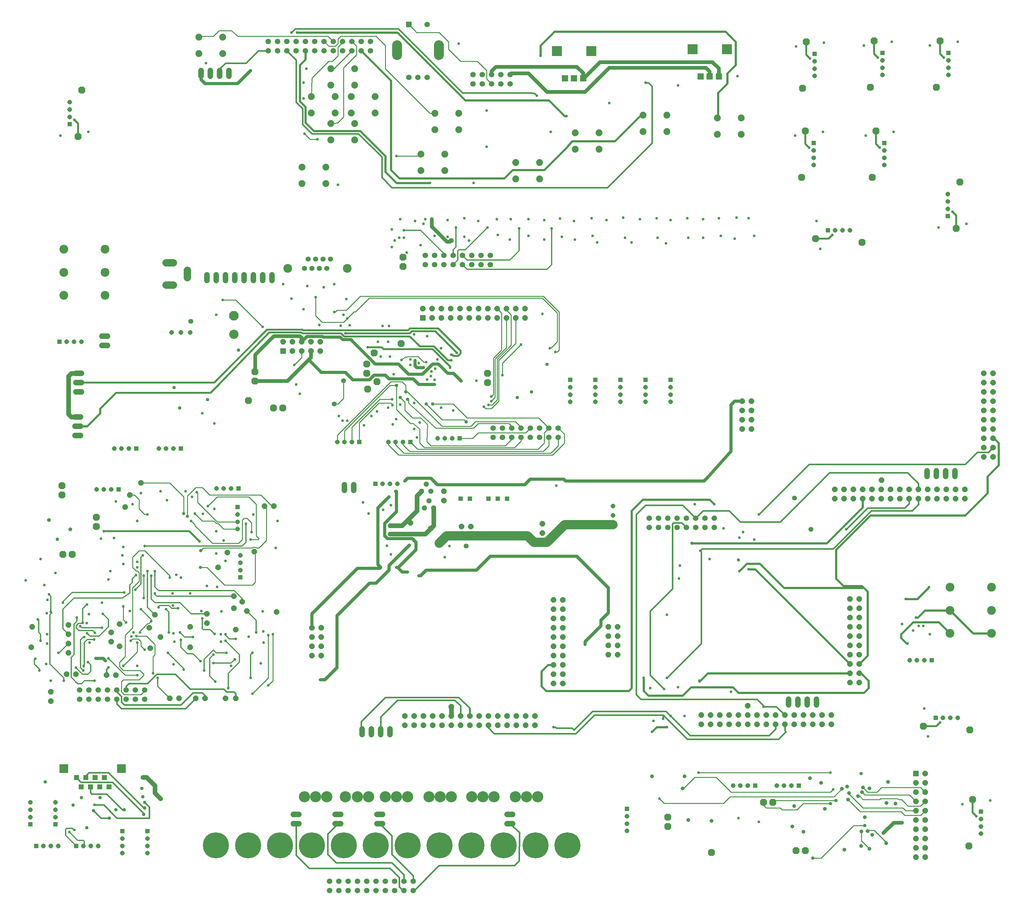
<source format=gbr>
G04 EAGLE Gerber RS-274X export*
G75*
%MOMM*%
%FSLAX34Y34*%
%LPD*%
%INBottom Copper*%
%IPPOS*%
%AMOC8*
5,1,8,0,0,1.08239X$1,22.5*%
G01*
%ADD10P,2.089446X8X202.500000*%
%ADD11P,2.089446X8X22.500000*%
%ADD12R,2.781300X2.781300*%
%ADD13R,1.800000X1.800000*%
%ADD14P,1.649562X8X112.500000*%
%ADD15P,1.649562X8X22.500000*%
%ADD16C,2.400000*%
%ADD17C,1.879600*%
%ADD18R,1.308000X1.308000*%
%ADD19C,1.308000*%
%ADD20P,1.429621X8X22.500000*%
%ADD21C,1.524000*%
%ADD22R,1.397000X1.397000*%
%ADD23R,2.476500X2.476500*%
%ADD24P,1.649562X8X202.500000*%
%ADD25C,1.508000*%
%ADD26C,1.422400*%
%ADD27R,1.508000X1.508000*%
%ADD28C,2.700000*%
%ADD29R,1.524000X1.524000*%
%ADD30P,2.089446X8X112.500000*%
%ADD31C,2.000000*%
%ADD32C,2.540000*%
%ADD33P,2.749271X8X112.500000*%
%ADD34P,1.649562X8X292.500000*%
%ADD35C,0.756400*%
%ADD36C,0.956400*%
%ADD37C,1.056400*%
%ADD38C,0.304800*%
%ADD39C,0.254000*%
%ADD40C,0.508000*%
%ADD41C,1.350000*%
%ADD42C,1.016000*%
%ADD43C,7.112000*%
%ADD44C,1.270000*%
%ADD45C,0.406400*%
%ADD46C,0.609600*%
%ADD47C,0.906400*%
%ADD48C,0.812800*%
%ADD49C,2.540000*%
%ADD50C,0.152400*%
%ADD51C,3.048000*%


D10*
X236220Y1018540D03*
D11*
X236220Y1043940D03*
D12*
X1494955Y2319020D03*
X1588605Y2319020D03*
D13*
X1516780Y2244020D03*
X1541780Y2244020D03*
X1566780Y2244020D03*
D12*
X1865795Y2324100D03*
X1959445Y2324100D03*
D13*
X1887620Y2249100D03*
X1912620Y2249100D03*
X1937620Y2249100D03*
D14*
X850900Y665480D03*
X825500Y665480D03*
X850900Y690880D03*
X825500Y690880D03*
X850900Y716280D03*
X825500Y716280D03*
X850900Y741680D03*
X825500Y741680D03*
X1661160Y668020D03*
X1635760Y668020D03*
X1661160Y693420D03*
X1635760Y693420D03*
X1661160Y718820D03*
X1635760Y718820D03*
X1661160Y744220D03*
X1635760Y744220D03*
X2026920Y1285240D03*
X2001520Y1285240D03*
X2026920Y1310640D03*
X2001520Y1310640D03*
X2026920Y1336040D03*
X2001520Y1336040D03*
X2026920Y1361440D03*
X2001520Y1361440D03*
X1511300Y589280D03*
X1485900Y589280D03*
X1511300Y614680D03*
X1485900Y614680D03*
X1511300Y640080D03*
X1485900Y640080D03*
X1511300Y665480D03*
X1485900Y665480D03*
X1511300Y690880D03*
X1485900Y690880D03*
X1511300Y716280D03*
X1485900Y716280D03*
X1511300Y741680D03*
X1485900Y741680D03*
X1511300Y767080D03*
X1485900Y767080D03*
X1511300Y792480D03*
X1485900Y792480D03*
X1511300Y817880D03*
X1485900Y817880D03*
X2321560Y591820D03*
X2296160Y591820D03*
X2321560Y617220D03*
X2296160Y617220D03*
X2321560Y642620D03*
X2296160Y642620D03*
X2321560Y668020D03*
X2296160Y668020D03*
X2321560Y693420D03*
X2296160Y693420D03*
X2321560Y718820D03*
X2296160Y718820D03*
X2321560Y744220D03*
X2296160Y744220D03*
X2321560Y769620D03*
X2296160Y769620D03*
X2321560Y795020D03*
X2296160Y795020D03*
X2321560Y820420D03*
X2296160Y820420D03*
X2687320Y1209040D03*
X2661920Y1209040D03*
X2687320Y1234440D03*
X2661920Y1234440D03*
X2687320Y1259840D03*
X2661920Y1259840D03*
X2687320Y1285240D03*
X2661920Y1285240D03*
X2687320Y1310640D03*
X2661920Y1310640D03*
X2687320Y1336040D03*
X2661920Y1336040D03*
X2687320Y1361440D03*
X2661920Y1361440D03*
X2687320Y1386840D03*
X2661920Y1386840D03*
X2687320Y1412240D03*
X2661920Y1412240D03*
X2687320Y1437640D03*
X2661920Y1437640D03*
D15*
X1079246Y474472D03*
X1079246Y499872D03*
X1104646Y474472D03*
X1104646Y499872D03*
X1130046Y474472D03*
X1130046Y499872D03*
X1155446Y474472D03*
X1155446Y499872D03*
X1180846Y474472D03*
X1180846Y499872D03*
X1206246Y474472D03*
X1206246Y499872D03*
X1231646Y474472D03*
X1231646Y499872D03*
X1257046Y474472D03*
X1257046Y499872D03*
X1282446Y474472D03*
X1282446Y499872D03*
X1307846Y474472D03*
X1307846Y499872D03*
X1333246Y474472D03*
X1333246Y499872D03*
X1358646Y474472D03*
X1358646Y499872D03*
X1384046Y474472D03*
X1384046Y499872D03*
X1409446Y474472D03*
X1409446Y499872D03*
X1434846Y474472D03*
X1434846Y499872D03*
X1889252Y477266D03*
X1889252Y502666D03*
X1914652Y477266D03*
X1914652Y502666D03*
X1940052Y477266D03*
X1940052Y502666D03*
X1965452Y477266D03*
X1965452Y502666D03*
X1990852Y477266D03*
X1990852Y502666D03*
X2016252Y477266D03*
X2016252Y502666D03*
X2041652Y477266D03*
X2041652Y502666D03*
X2067052Y477266D03*
X2067052Y502666D03*
X2092452Y477266D03*
X2092452Y502666D03*
X2117852Y477266D03*
X2117852Y502666D03*
X2143252Y477266D03*
X2143252Y502666D03*
X2168652Y477266D03*
X2168652Y502666D03*
X2194052Y477266D03*
X2194052Y502666D03*
X2219452Y477266D03*
X2219452Y502666D03*
X2244852Y477266D03*
X2244852Y502666D03*
X2254758Y1094486D03*
X2254758Y1119886D03*
X2280158Y1094486D03*
X2280158Y1119886D03*
X2305558Y1094486D03*
X2305558Y1119886D03*
X2330958Y1094486D03*
X2330958Y1119886D03*
X2356358Y1094486D03*
X2356358Y1119886D03*
X2381758Y1094486D03*
X2381758Y1119886D03*
X2407158Y1094486D03*
X2407158Y1119886D03*
X2432558Y1094486D03*
X2432558Y1119886D03*
X2457958Y1094486D03*
X2457958Y1119886D03*
X2483358Y1094486D03*
X2483358Y1119886D03*
X2508758Y1094486D03*
X2508758Y1119886D03*
X2534158Y1094486D03*
X2534158Y1119886D03*
X2559558Y1094486D03*
X2559558Y1119886D03*
X2584958Y1094486D03*
X2584958Y1119886D03*
X2610358Y1094486D03*
X2610358Y1119886D03*
D16*
X260000Y1713640D03*
X147000Y1713640D03*
X260000Y1776640D03*
X147000Y1776640D03*
X260000Y1650640D03*
X147000Y1650640D03*
D17*
X1382268Y2013966D03*
X1447292Y2013966D03*
X1382268Y1968754D03*
X1447292Y1968754D03*
X1544828Y2095246D03*
X1609852Y2095246D03*
X1544828Y2050034D03*
X1609852Y2050034D03*
X1730248Y2143506D03*
X1795272Y2143506D03*
X1730248Y2098294D03*
X1795272Y2098294D03*
X1933448Y2135886D03*
X1998472Y2135886D03*
X1933448Y2090674D03*
X1998472Y2090674D03*
X876808Y2270506D03*
X941832Y2270506D03*
X876808Y2225294D03*
X941832Y2225294D03*
X876808Y2120646D03*
X941832Y2120646D03*
X876808Y2075434D03*
X941832Y2075434D03*
X932688Y2194306D03*
X997712Y2194306D03*
X932688Y2149094D03*
X997712Y2149094D03*
X823468Y2194306D03*
X888492Y2194306D03*
X823468Y2149094D03*
X888492Y2149094D03*
X798068Y2001266D03*
X863092Y2001266D03*
X798068Y1956054D03*
X863092Y1956054D03*
X1123188Y2036826D03*
X1188212Y2036826D03*
X1123188Y1991614D03*
X1188212Y1991614D03*
X1161288Y2148586D03*
X1226312Y2148586D03*
X1161288Y2103374D03*
X1226312Y2103374D03*
D18*
X1531620Y1419380D03*
D19*
X1531620Y1399380D03*
X1531620Y1379380D03*
X1531620Y1359380D03*
D18*
X1600200Y1419380D03*
D19*
X1600200Y1399380D03*
X1600200Y1379380D03*
X1600200Y1359380D03*
D18*
X1668780Y1419380D03*
D19*
X1668780Y1399380D03*
X1668780Y1379380D03*
X1668780Y1359380D03*
D18*
X1737360Y1419380D03*
D19*
X1737360Y1399380D03*
X1737360Y1379380D03*
X1737360Y1359380D03*
D18*
X1805940Y1419380D03*
D19*
X1805940Y1399380D03*
X1805940Y1379380D03*
X1805940Y1359380D03*
D18*
X1231900Y1094740D03*
X1257300Y1094740D03*
X1308100Y1094740D03*
X1333500Y1094740D03*
X1358900Y1094740D03*
D20*
X1125220Y1115060D03*
X1137920Y1134110D03*
X1150620Y1115060D03*
X1132840Y1069340D03*
X1145540Y1088390D03*
X1158240Y1069340D03*
D21*
X914400Y1117600D02*
X914400Y1132840D01*
X939800Y1132840D02*
X939800Y1117600D01*
D19*
X492760Y1549400D03*
X467360Y1549400D03*
X441960Y1549400D03*
D22*
X181610Y331470D03*
X194310Y306070D03*
X207010Y331470D03*
X219710Y306070D03*
X232410Y331470D03*
X245110Y306070D03*
X257810Y331470D03*
X270510Y306070D03*
D23*
X147320Y356108D03*
X304800Y356108D03*
D15*
X160020Y723900D03*
X160020Y698500D03*
X111760Y541020D03*
X60960Y744220D03*
X58420Y688340D03*
X111760Y566420D03*
X276860Y728980D03*
X276860Y703580D03*
X154940Y614680D03*
X160020Y749300D03*
X160020Y673100D03*
X180340Y614680D03*
X381000Y741680D03*
X383540Y685800D03*
X264160Y612140D03*
X299720Y751840D03*
X299720Y690880D03*
X289560Y612140D03*
X492760Y744220D03*
X492760Y688340D03*
X436880Y548640D03*
X396240Y777240D03*
X411480Y716280D03*
X462280Y548640D03*
X612140Y795020D03*
X617220Y736600D03*
X508000Y548640D03*
X538480Y779780D03*
X538480Y754380D03*
X533400Y548640D03*
X612140Y828040D03*
X728980Y784860D03*
X589280Y548640D03*
X635000Y812800D03*
X647700Y787400D03*
X617220Y548640D03*
D11*
X144780Y942340D03*
X170180Y942340D03*
X142240Y1130300D03*
X142240Y1104900D03*
D18*
X624360Y1122680D03*
D19*
X604360Y1122680D03*
X584360Y1122680D03*
X564360Y1122680D03*
D18*
X629920Y879320D03*
D19*
X629920Y899320D03*
X629920Y919320D03*
X629920Y939320D03*
D18*
X2036600Y309880D03*
D19*
X2016600Y309880D03*
X1996600Y309880D03*
X1976600Y309880D03*
D18*
X2155980Y309880D03*
D19*
X2135980Y309880D03*
X2115980Y309880D03*
X2095980Y309880D03*
D18*
X954560Y1249680D03*
D19*
X934560Y1249680D03*
X914560Y1249680D03*
X894560Y1249680D03*
D18*
X1094260Y1249680D03*
D19*
X1074260Y1249680D03*
X1054260Y1249680D03*
X1034260Y1249680D03*
X1648460Y1023620D03*
X1648460Y1049020D03*
X1648460Y1074420D03*
D15*
X1455420Y1026160D03*
D24*
X1455420Y1000760D03*
D14*
X1234440Y1018540D03*
X1259840Y1018540D03*
D11*
X1798320Y223520D03*
D10*
X1917700Y127000D03*
D11*
X1798320Y198120D03*
X2174240Y132080D03*
X2148840Y132080D03*
D18*
X1686560Y245900D03*
D19*
X1686560Y225900D03*
X1686560Y205900D03*
X1686560Y185900D03*
D25*
X873760Y22860D03*
X873760Y48260D03*
X899160Y22860D03*
X899160Y48260D03*
X924560Y22860D03*
X924560Y48260D03*
X949960Y22860D03*
X949960Y48260D03*
X975360Y22860D03*
X975360Y48260D03*
X1000760Y22860D03*
X1000760Y48260D03*
X1026160Y22860D03*
X1026160Y48260D03*
X1051560Y22860D03*
X1051560Y48260D03*
X1076960Y22860D03*
X1076960Y48260D03*
X1102360Y22860D03*
X1102360Y48260D03*
D21*
X789940Y205740D02*
X774700Y205740D01*
X774700Y231140D02*
X789940Y231140D01*
X889000Y205740D02*
X904240Y205740D01*
X904240Y231140D02*
X889000Y231140D01*
X1358900Y205740D02*
X1374140Y205740D01*
X1374140Y231140D02*
X1358900Y231140D01*
X1018540Y205740D02*
X1003300Y205740D01*
X1003300Y231140D02*
X1018540Y231140D01*
D18*
X296700Y1120140D03*
D19*
X276700Y1120140D03*
X256700Y1120140D03*
X236700Y1120140D03*
D10*
X2085340Y264160D03*
X2059940Y264160D03*
D18*
X466880Y1231900D03*
D19*
X446880Y1231900D03*
X426880Y1231900D03*
X406880Y1231900D03*
D18*
X344960Y1231900D03*
D19*
X324960Y1231900D03*
X304960Y1231900D03*
X284960Y1231900D03*
D11*
X652180Y1363220D03*
X746160Y1342900D03*
X720760Y1342900D03*
X669960Y1416560D03*
X669960Y1441960D03*
D18*
X124460Y203680D03*
D19*
X124460Y223680D03*
X124460Y243680D03*
X124460Y263680D03*
D18*
X71600Y144780D03*
D19*
X91600Y144780D03*
X111600Y144780D03*
X131600Y144780D03*
D18*
X55880Y203680D03*
D19*
X55880Y223680D03*
X55880Y243680D03*
X55880Y263680D03*
D18*
X180820Y144780D03*
D19*
X200820Y144780D03*
X220820Y144780D03*
X240820Y144780D03*
D18*
X307340Y184940D03*
D19*
X307340Y164940D03*
X307340Y144940D03*
X307340Y124940D03*
D18*
X375920Y184940D03*
D19*
X375920Y164940D03*
X375920Y144940D03*
X375920Y124940D03*
D18*
X2199140Y2310920D03*
D19*
X2199140Y2290920D03*
X2199140Y2270920D03*
X2199140Y2250920D03*
D11*
X2166120Y2217420D03*
X2176280Y2344420D03*
D26*
X876440Y1749920D03*
X866240Y1724520D03*
X856040Y1749920D03*
X845840Y1724520D03*
X835640Y1749920D03*
X825440Y1724520D03*
X815240Y1749920D03*
X805040Y1724520D03*
D16*
X921990Y1724520D03*
X759490Y1724520D03*
D17*
X516128Y2356866D03*
X581152Y2356866D03*
X516128Y2311654D03*
X581152Y2311654D03*
D21*
X716280Y1706880D02*
X716280Y1691640D01*
X690880Y1691640D02*
X690880Y1706880D01*
X665480Y1706880D02*
X665480Y1691640D01*
X640080Y1691640D02*
X640080Y1706880D01*
X614680Y1706880D02*
X614680Y1691640D01*
X589280Y1691640D02*
X589280Y1706880D01*
X563880Y1706880D02*
X563880Y1691640D01*
X538480Y1691640D02*
X538480Y1706880D01*
X266700Y1513840D02*
X251460Y1513840D01*
X251460Y1539240D02*
X266700Y1539240D01*
D25*
X985520Y2319720D03*
X985520Y2345120D03*
X960120Y2319720D03*
X960120Y2345120D03*
X934720Y2319720D03*
X934720Y2345120D03*
X909320Y2319720D03*
X909320Y2345120D03*
X883920Y2319720D03*
X883920Y2345120D03*
X858520Y2319720D03*
X858520Y2345120D03*
X833120Y2319720D03*
X833120Y2345120D03*
X807720Y2319720D03*
X807720Y2345120D03*
X782320Y2319720D03*
X782320Y2345120D03*
X756920Y2319720D03*
X756920Y2345120D03*
X731520Y2319720D03*
X731520Y2345120D03*
X706120Y2319720D03*
X706120Y2345120D03*
X1140060Y2391560D03*
D27*
X1090060Y2391560D03*
D25*
X1090060Y2246560D03*
X1115060Y2246560D03*
X1140060Y2246560D03*
D28*
X1058060Y2308060D02*
X1058060Y2335060D01*
X1172060Y2335060D02*
X1172060Y2308060D01*
D25*
X1366980Y2229220D03*
X1366980Y2254620D03*
X1341580Y2229220D03*
X1341580Y2254620D03*
X1316180Y2229220D03*
X1316180Y2254620D03*
X1290780Y2229220D03*
X1290780Y2254620D03*
X1265380Y2229220D03*
X1265380Y2254620D03*
D21*
X522620Y2250420D02*
X522620Y2265660D01*
X548020Y2265660D02*
X548020Y2250420D01*
X573420Y2250420D02*
X573420Y2265660D01*
X598820Y2265660D02*
X598820Y2250420D01*
D29*
X746760Y1498600D03*
D15*
X746760Y1524000D03*
X772160Y1498600D03*
X772160Y1524000D03*
X797560Y1498600D03*
X797560Y1524000D03*
X822960Y1498600D03*
X822960Y1524000D03*
X848360Y1498600D03*
X848360Y1524000D03*
D29*
X1128344Y1589049D03*
D15*
X1128344Y1614449D03*
X1153744Y1589049D03*
X1153744Y1614449D03*
X1179144Y1589049D03*
X1179144Y1614449D03*
X1204544Y1589049D03*
X1204544Y1614449D03*
X1229944Y1589049D03*
X1229944Y1614449D03*
X1255344Y1589049D03*
X1255344Y1614449D03*
X1280744Y1589049D03*
X1280744Y1614449D03*
X1306144Y1589049D03*
X1306144Y1614449D03*
X1331544Y1589049D03*
X1331544Y1614449D03*
X1356944Y1589049D03*
X1356944Y1614449D03*
X1382344Y1589049D03*
X1382344Y1614449D03*
X1407744Y1589049D03*
X1407744Y1614449D03*
D21*
X193040Y1292860D02*
X177800Y1292860D01*
X177800Y1267460D02*
X193040Y1267460D01*
X193040Y1318260D02*
X177800Y1318260D01*
X180340Y1412240D02*
X195580Y1412240D01*
X195580Y1386840D02*
X180340Y1386840D01*
X180340Y1437640D02*
X195580Y1437640D01*
D18*
X2384560Y2313460D03*
D19*
X2384560Y2293460D03*
X2384560Y2273460D03*
X2384560Y2253460D03*
D11*
X2351540Y2219960D03*
X2361700Y2346960D03*
D18*
X2196600Y2067080D03*
D19*
X2196600Y2047080D03*
X2196600Y2027080D03*
X2196600Y2007080D03*
D11*
X2163580Y1973580D03*
X2173740Y2100580D03*
D18*
X2389640Y2067080D03*
D19*
X2389640Y2047080D03*
X2389640Y2027080D03*
X2389640Y2007080D03*
D11*
X2356620Y1973580D03*
X2366780Y2100580D03*
D18*
X163060Y2118840D03*
D19*
X163060Y2138840D03*
X163060Y2158840D03*
X163060Y2178840D03*
D10*
X196080Y2212340D03*
X185920Y2085340D03*
D18*
X2563360Y1867380D03*
D19*
X2563360Y1887380D03*
X2563360Y1907380D03*
X2563360Y1927380D03*
D10*
X2596380Y1960880D03*
X2586220Y1833880D03*
D18*
X2235680Y1828300D03*
D19*
X2255680Y1828300D03*
X2275680Y1828300D03*
X2295680Y1828300D03*
D30*
X2329180Y1795280D03*
X2202180Y1805440D03*
D18*
X2564900Y2313460D03*
D19*
X2564900Y2293460D03*
X2564900Y2273460D03*
X2564900Y2253460D03*
D11*
X2531880Y2219960D03*
X2542040Y2346960D03*
D18*
X2653800Y238280D03*
D19*
X2653800Y218280D03*
X2653800Y198280D03*
X2653800Y178280D03*
D11*
X2620780Y144780D03*
X2630940Y271780D03*
D18*
X2530320Y494800D03*
D19*
X2550320Y494800D03*
X2570320Y494800D03*
X2590320Y494800D03*
D30*
X2623820Y461780D03*
X2496820Y471940D03*
D18*
X622300Y1071400D03*
D19*
X622300Y1051400D03*
X622300Y1031400D03*
X622300Y1011400D03*
D18*
X1228880Y1259840D03*
D19*
X1208880Y1259840D03*
X1188880Y1259840D03*
X1168880Y1259840D03*
D31*
X446880Y1678940D02*
X426880Y1678940D01*
X484880Y1698940D02*
X484880Y1718940D01*
X446880Y1739940D02*
X426880Y1739940D01*
D32*
X612140Y1544320D03*
D33*
X612140Y1595120D03*
D16*
X2569560Y789080D03*
X2682560Y789080D03*
X2569560Y852080D03*
X2682560Y852080D03*
X2569560Y726080D03*
X2682560Y726080D03*
D18*
X135100Y1524000D03*
D19*
X155100Y1524000D03*
X175100Y1524000D03*
X195100Y1524000D03*
D18*
X998700Y1135380D03*
D19*
X1018700Y1135380D03*
X1038700Y1135380D03*
X1058700Y1135380D03*
D18*
X2519200Y652780D03*
D19*
X2499200Y652780D03*
X2479200Y652780D03*
X2459200Y652780D03*
D29*
X2476500Y342900D03*
D34*
X2501900Y342900D03*
X2476500Y317500D03*
X2501900Y317500D03*
X2476500Y292100D03*
X2501900Y292100D03*
X2476500Y266700D03*
X2501900Y266700D03*
X2476500Y241300D03*
X2501900Y241300D03*
X2476500Y215900D03*
X2501900Y215900D03*
X2476500Y190500D03*
X2501900Y190500D03*
X2476500Y165100D03*
X2501900Y165100D03*
X2476500Y139700D03*
X2501900Y139700D03*
X2476500Y114300D03*
X2501900Y114300D03*
D25*
X1747520Y1016000D03*
X1747520Y1041400D03*
X1772920Y1016000D03*
X1772920Y1041400D03*
X1798320Y1016000D03*
X1798320Y1041400D03*
X1823720Y1016000D03*
X1823720Y1041400D03*
X1849120Y1016000D03*
X1849120Y1041400D03*
X1874520Y1016000D03*
X1874520Y1041400D03*
X1899920Y1016000D03*
X1899920Y1041400D03*
X1925320Y1016000D03*
X1925320Y1041400D03*
X1320800Y1262380D03*
X1320800Y1287780D03*
X1346200Y1262380D03*
X1346200Y1287780D03*
X1371600Y1262380D03*
X1371600Y1287780D03*
X1397000Y1262380D03*
X1397000Y1287780D03*
X1422400Y1262380D03*
X1422400Y1287780D03*
X1447800Y1262380D03*
X1447800Y1287780D03*
X1473200Y1262380D03*
X1473200Y1287780D03*
X1498600Y1262380D03*
X1498600Y1287780D03*
D11*
X1074420Y1755140D03*
X1074420Y1729740D03*
D25*
X1313180Y1734820D03*
X1313180Y1760220D03*
X1287780Y1734820D03*
X1287780Y1760220D03*
X1262380Y1734820D03*
X1262380Y1760220D03*
X1236980Y1734820D03*
X1236980Y1760220D03*
X1211580Y1734820D03*
X1211580Y1760220D03*
X1186180Y1734820D03*
X1186180Y1760220D03*
X1160780Y1734820D03*
X1160780Y1760220D03*
X1135380Y1734820D03*
X1135380Y1760220D03*
X190500Y546100D03*
X190500Y571500D03*
X215900Y546100D03*
X215900Y571500D03*
X241300Y546100D03*
X241300Y571500D03*
X266700Y546100D03*
X266700Y571500D03*
X292100Y546100D03*
X292100Y571500D03*
X317500Y546100D03*
X317500Y571500D03*
X342900Y546100D03*
X342900Y571500D03*
X368300Y546100D03*
X368300Y571500D03*
D15*
X568960Y906780D03*
X594360Y947420D03*
X668020Y949960D03*
X695960Y1074420D03*
X721360Y1074420D03*
X358140Y1137920D03*
D11*
X975360Y1463040D03*
X975360Y1437640D03*
X977900Y1394460D03*
D15*
X327660Y1104900D03*
X314960Y1071880D03*
D11*
X1003300Y1414780D03*
X995680Y1493520D03*
X1069340Y1518920D03*
D21*
X962660Y464820D02*
X962660Y449580D01*
X988060Y449580D02*
X988060Y464820D01*
X1013460Y464820D02*
X1013460Y449580D01*
X1038860Y449580D02*
X1038860Y464820D01*
X2204720Y530860D02*
X2204720Y546100D01*
X2179320Y546100D02*
X2179320Y530860D01*
X2153920Y530860D02*
X2153920Y546100D01*
X2128520Y546100D02*
X2128520Y530860D01*
X2583180Y1155700D02*
X2583180Y1170940D01*
X2557780Y1170940D02*
X2557780Y1155700D01*
X2532380Y1155700D02*
X2532380Y1170940D01*
X2506980Y1170940D02*
X2506980Y1155700D01*
D15*
X1206500Y525780D03*
X2016760Y528320D03*
X2382520Y1145540D03*
X1094740Y1028700D03*
X1150620Y1013460D03*
X1186180Y1115060D03*
X1186180Y1089660D03*
D11*
X1305560Y1412240D03*
X1305560Y1437640D03*
D35*
X347980Y906780D03*
X274320Y896620D03*
X93980Y858520D03*
X692432Y731520D03*
X576580Y723900D03*
X447040Y726440D03*
X337820Y728980D03*
X209804Y754479D03*
X101600Y723323D03*
X43180Y871220D03*
D36*
X129179Y983925D03*
D37*
X165100Y1010920D03*
D35*
X284480Y986940D03*
X307485Y939945D03*
X454660Y886460D03*
X467360Y878840D03*
X527272Y1052578D03*
X731520Y1033780D03*
X665480Y1051560D03*
X584200Y980440D03*
X589280Y924560D03*
X566420Y853440D03*
X342900Y845820D03*
D38*
X358140Y861060D01*
X358140Y934720D02*
X363220Y939800D01*
D35*
X363220Y939800D03*
D38*
X358140Y934720D02*
X358140Y861060D01*
D35*
X358140Y1109980D03*
X497840Y1099820D03*
X429311Y1090066D03*
X289560Y1087120D03*
D37*
X106680Y1036320D03*
D35*
X248920Y985520D03*
X309880Y962660D03*
X347980Y922020D03*
X444500Y835688D03*
X492760Y835660D03*
X538480Y855980D03*
X563880Y944880D03*
X563880Y1005840D03*
X558800Y1066800D03*
X480060Y1115060D03*
X411683Y1115136D03*
X335280Y1079500D03*
X347980Y1033780D03*
X726440Y960120D03*
X660400Y1003300D03*
D39*
X660400Y1028700D01*
X647700Y1041400D01*
X640080Y1041400D01*
X635000Y1036320D01*
X635000Y982980D01*
X624840Y972820D02*
X553720Y972820D01*
X505460Y1021080D01*
X505460Y1023620D01*
X495300Y1033780D01*
D35*
X495300Y1033780D03*
D39*
X624840Y972820D02*
X635000Y982980D01*
D35*
X657860Y982980D03*
D39*
X678180Y982980D01*
X680720Y985520D01*
X673100Y993140D01*
X652780Y1099820D02*
X566420Y1099820D01*
X541020Y1074420D01*
D35*
X541020Y1074420D03*
D39*
X673100Y1079500D02*
X673100Y993140D01*
X673100Y1079500D02*
X652780Y1099820D01*
D35*
X645160Y1026160D03*
D38*
X645160Y975360D01*
X635000Y965200D01*
D35*
X368300Y965200D03*
D38*
X635000Y965200D01*
D35*
X269240Y873760D03*
X309982Y916254D03*
X256540Y1005840D03*
D40*
X490220Y1005840D01*
X518160Y977900D01*
D35*
X518160Y977900D03*
D38*
X635000Y821345D02*
X635000Y812800D01*
X396240Y853440D02*
X396240Y896620D01*
D35*
X396240Y896620D03*
D38*
X613065Y843280D02*
X635000Y821345D01*
X613065Y843280D02*
X406400Y843280D01*
X396240Y853440D01*
X495300Y779780D02*
X538480Y779780D01*
X396240Y810260D02*
X386080Y820420D01*
X386080Y883920D01*
D35*
X386080Y883920D03*
D38*
X464820Y810260D02*
X495300Y779780D01*
X464820Y810260D02*
X396240Y810260D01*
D35*
X375920Y1051560D03*
D39*
X368300Y1051560D01*
X353060Y1066800D01*
X353060Y1092200D01*
X340360Y1104900D01*
X327660Y1104900D01*
D38*
X401320Y828040D02*
X612140Y828040D01*
X401320Y828040D02*
X396240Y833120D01*
X396240Y835660D01*
D35*
X396240Y835660D03*
D38*
X344678Y885160D02*
X334518Y875000D01*
X334518Y865378D01*
X327660Y858520D01*
X327660Y835891D01*
X307340Y822960D01*
X175260Y822960D01*
X144780Y792480D01*
X144780Y739140D01*
X160020Y723900D01*
D35*
X344678Y885160D03*
X312420Y838200D03*
D38*
X170180Y838200D01*
X144780Y812800D01*
X144780Y810260D01*
D35*
X144780Y810260D03*
X365760Y822960D03*
X365760Y883920D03*
D39*
X365760Y822960D01*
D38*
X375920Y797560D02*
X396240Y777240D01*
D35*
X375920Y896620D03*
D38*
X375920Y797560D01*
D35*
X2034540Y1813560D03*
X1986280Y1862993D03*
X1943100Y1813560D03*
X1894840Y1859280D03*
X1854200Y1808480D03*
X1805940Y1856740D03*
X1770380Y1808480D03*
X1722120Y1859280D03*
X1681480Y1808480D03*
X1630680Y1856740D03*
X1592580Y1813560D03*
X1541780Y1854200D03*
X1508760Y1811020D03*
X1460500Y1856740D03*
X1417320Y1813560D03*
X1369060Y1859280D03*
X1333500Y1816100D03*
X1280160Y1854200D03*
X1242060Y1811020D03*
X1196340Y1856740D03*
X1160780Y1813560D03*
X1107440Y1854200D03*
X1064260Y1808480D03*
X1043940Y1831340D03*
X1122680Y1788160D03*
X1084580Y1767840D03*
X1981200Y1805940D03*
X1894840Y1808480D03*
X1793240Y1793240D03*
X1699260Y1795780D03*
X1605280Y1795780D03*
X1544320Y1803400D03*
X1460500Y1803400D03*
X1366520Y1803400D03*
X1254760Y1800860D03*
X1196340Y1811020D03*
X1076960Y1808480D03*
X1043940Y1783080D03*
X1051560Y1800860D03*
X2019300Y1861820D03*
X1938020Y1861820D03*
X1851660Y1861820D03*
X1767840Y1861820D03*
X1676400Y1862993D03*
X1590040Y1861820D03*
X1503680Y1860453D03*
X1417320Y1859280D03*
X1330960Y1859280D03*
X1242060Y1861820D03*
X1153160Y1859280D03*
X1066800Y1859280D03*
X1130300Y1846580D03*
X1135380Y1859280D03*
D41*
X1206500Y1800742D03*
D42*
X1203090Y1797332D01*
X1194262Y1797332D01*
X1153160Y1838434D01*
X1153160Y1859280D01*
D43*
X563245Y146368D03*
X650558Y146368D03*
X737870Y146368D03*
X825183Y146368D03*
X912495Y146368D03*
X999808Y146368D03*
X1087120Y146368D03*
X1174433Y146368D03*
X1261745Y146368D03*
X1349058Y146368D03*
X1436370Y146368D03*
X1523683Y146368D03*
D35*
X965200Y1084580D03*
X1188720Y934720D03*
X1041400Y1076960D03*
X1030565Y965608D03*
X1041400Y942340D03*
X1019948Y1064260D03*
X1038860Y1021080D03*
D44*
X1071880Y1021080D01*
X1112520Y1102360D02*
X1125220Y1115060D01*
X1112520Y1061720D02*
X1071880Y1021080D01*
X1112520Y1061720D02*
X1112520Y1102360D01*
X1158240Y1069340D02*
X1158240Y1021080D01*
X1135380Y998220D01*
D35*
X1038860Y998220D03*
D44*
X1135380Y998220D01*
D45*
X2092452Y477266D02*
X2092452Y464312D01*
X2075180Y447040D01*
X1859280Y447040D01*
X1805940Y500380D01*
X1793240Y513080D01*
X1592580Y513080D01*
X1541780Y462280D01*
X1536700Y467360D01*
X1493520Y467360D01*
X1490980Y469900D01*
X1485900Y469900D01*
D35*
X1485900Y469900D03*
D45*
X1813560Y1028700D02*
X1836420Y1028700D01*
X1813560Y1028700D02*
X1811020Y1026160D01*
X1811020Y848360D02*
X1750060Y787400D01*
X1750060Y612140D01*
X1788160Y574040D01*
D35*
X1788160Y574040D03*
X1805940Y500380D03*
D45*
X1811020Y848360D02*
X1811020Y1026160D01*
X2457958Y1081278D02*
X2457958Y1094486D01*
X2457958Y1081278D02*
X2446020Y1069340D01*
X2344420Y1069340D01*
X2286000Y1010920D01*
D35*
X2286000Y1010920D03*
D45*
X1849120Y1016000D02*
X1836420Y1028700D01*
X1307846Y474472D02*
X1307846Y467614D01*
X1323340Y452120D01*
X1546860Y452120D01*
X1597660Y502920D01*
X1785620Y502920D01*
X1851660Y436880D01*
X2100580Y436880D01*
X2120900Y457200D01*
X2117852Y460248D01*
X2117852Y477266D01*
X1785620Y492760D02*
X1785620Y502920D01*
D35*
X1785620Y492760D03*
X1795780Y604520D03*
D45*
X1889760Y698500D01*
X1889760Y949960D01*
X1887220Y952500D01*
D35*
X1887220Y952500D03*
D45*
X2483358Y1080262D02*
X2483358Y1094486D01*
X2483358Y1080262D02*
X2484120Y1079500D01*
X2466340Y1061720D01*
X2354323Y1061720D02*
X2250183Y957580D01*
X2354323Y1061720D02*
X2466340Y1061720D01*
X1892300Y957580D02*
X1887220Y952500D01*
X1892300Y957580D02*
X2250183Y957580D01*
D35*
X2059940Y525780D03*
D45*
X2062480Y525780D01*
X2094738Y525780D01*
X2117852Y502666D01*
X1838960Y1076960D02*
X1737360Y1076960D01*
X1711960Y1051560D01*
X1711960Y558800D01*
X1724660Y546100D01*
X2042160Y546100D01*
X2062480Y525780D01*
X1996440Y1031240D02*
X1965960Y1061720D01*
X1996440Y1031240D02*
X2105660Y1031240D01*
X2240280Y1165860D02*
X2453640Y1165860D01*
X2483358Y1136142D01*
X2483358Y1119886D01*
X1965960Y1061720D02*
X1894840Y1061720D01*
X2105660Y1031240D02*
X2240280Y1165860D01*
X1894840Y1061720D02*
X1874520Y1041400D01*
X1838960Y1076960D01*
D46*
X1485900Y640080D02*
X1470660Y640080D01*
X1452880Y622300D01*
X1452880Y581660D01*
X1691640Y568960D02*
X1699260Y576580D01*
X1699260Y1061720D01*
D35*
X1925320Y1079500D03*
D46*
X1452880Y581660D02*
X1465580Y568960D01*
X1691640Y568960D01*
X1699260Y1061720D02*
X1729740Y1092200D01*
X1912620Y1092200D02*
X1925320Y1079500D01*
X1912620Y1092200D02*
X1729740Y1092200D01*
X2037080Y901700D02*
X2296160Y642620D01*
X2037080Y901700D02*
X2019300Y901700D01*
D35*
X2019300Y901700D03*
X1993900Y988060D03*
X1828800Y876300D03*
X1993900Y896620D03*
D46*
X2321560Y642620D02*
X2344420Y665480D01*
X2344420Y840740D01*
X2334260Y850900D02*
X2115820Y850900D01*
X2049780Y916940D01*
X2014220Y916940D01*
X1993900Y896620D01*
X2334260Y850900D02*
X2344420Y840740D01*
X2334260Y850900D02*
X2329180Y855980D01*
X2278380Y855980D01*
X2258060Y876300D01*
X2258060Y955040D02*
X2352040Y1049020D01*
X2611120Y1049020D01*
X2258060Y955040D02*
X2258060Y876300D01*
X2611120Y1049020D02*
X2672080Y1109980D01*
X2672080Y1155700D02*
X2702560Y1186180D01*
X2702560Y1247140D01*
X2689860Y1259840D01*
X2687320Y1259840D01*
X2672080Y1155700D02*
X2672080Y1109980D01*
D35*
X1795780Y777240D03*
X1871980Y1079500D03*
D46*
X1907540Y617220D02*
X2296160Y617220D01*
X1907540Y617220D02*
X1884680Y594360D01*
X1884680Y596900D01*
D35*
X1884680Y596900D03*
X1831340Y911860D03*
X1912620Y929640D03*
D46*
X2321560Y617220D02*
X2326640Y617220D01*
X2346960Y596900D01*
X2346960Y576580D01*
X2334260Y563880D01*
X1991360Y563880D01*
X1976120Y579120D01*
X1861820Y579120D01*
X1838960Y556260D01*
X1744980Y556260D01*
X1732280Y568960D01*
X1732280Y604520D01*
D35*
X1732280Y604520D03*
D45*
X2674495Y1221615D02*
X2687320Y1234440D01*
X2674495Y1221615D02*
X2644265Y1221740D01*
X2611245Y1188720D01*
X2184400Y1188720D01*
D35*
X2047240Y1051560D03*
X2034540Y982980D03*
D45*
X2047240Y1051560D02*
X2184400Y1188720D01*
D35*
X1971040Y566420D03*
X2004060Y1003300D03*
X1950720Y1013460D03*
X1750060Y576580D03*
X1758950Y486410D03*
X1755140Y457200D03*
D46*
X1767840Y469900D01*
X1795780Y469900D01*
D35*
X1795780Y469900D03*
X1826260Y579120D03*
X1844040Y500380D03*
D46*
X2330958Y1071118D02*
X2330958Y1094486D01*
X2330958Y1071118D02*
X2232660Y972820D01*
D47*
X1864360Y972820D03*
D46*
X2232660Y972820D01*
D35*
X1480820Y1833880D03*
D38*
X1480820Y1734820D01*
X1468120Y1722120D01*
X1249680Y1722120D01*
X1236980Y1734820D01*
D35*
X1391920Y1833880D03*
D38*
X1391920Y1772920D01*
X1366520Y1747520D01*
X1249680Y1747520D01*
X1236980Y1760220D01*
D35*
X1305560Y1836420D03*
D38*
X1244600Y1775460D01*
X1226820Y1775460D01*
X1224280Y1772920D01*
X1224280Y1747520D02*
X1211580Y1734820D01*
X1224280Y1747520D02*
X1224280Y1772920D01*
D35*
X1219200Y1836420D03*
D38*
X1219200Y1783080D01*
X1211580Y1775460D01*
X1211580Y1760220D01*
D35*
X1076960Y1828800D03*
D38*
X1122680Y1828800D01*
X1186180Y1765300D01*
X1186180Y1760220D01*
D35*
X269240Y632940D03*
D45*
X264160Y627860D01*
X264160Y612140D01*
D38*
X403860Y581660D02*
X436880Y548640D01*
X403860Y581660D02*
X403860Y604520D01*
D35*
X403860Y604520D03*
D45*
X304800Y553720D02*
X292100Y566420D01*
X292100Y571500D01*
X304800Y538480D02*
X312420Y530860D01*
X467360Y530860D01*
X500380Y563880D02*
X525780Y563880D01*
X533400Y556260D01*
X533400Y548640D01*
X304800Y553720D02*
X304800Y538480D01*
X467360Y530860D02*
X500380Y563880D01*
X317500Y571500D02*
X317500Y581660D01*
X325120Y589280D01*
X375920Y589280D02*
X401320Y614680D01*
X452120Y614680D01*
X584200Y574040D02*
X591820Y566420D01*
X612140Y566420D01*
X617220Y561340D01*
X617220Y548640D01*
X375920Y589280D02*
X325120Y589280D01*
X452120Y614680D02*
X492760Y574040D01*
X584200Y574040D01*
D35*
X436880Y878840D03*
D39*
X436880Y883920D01*
X368300Y952500D01*
X353060Y952500D01*
X335280Y934720D01*
X335280Y906780D01*
X344482Y897578D01*
X347718Y897578D01*
X353060Y892236D01*
X353060Y868680D01*
X334998Y850618D01*
X334998Y741398D01*
X314960Y721360D02*
X314960Y662940D01*
X314960Y721360D02*
X334998Y741398D01*
X314960Y662940D02*
X299720Y647700D01*
X299720Y635000D01*
X309880Y624840D01*
X355600Y624840D01*
X365760Y614680D01*
X365760Y612140D01*
X353060Y599440D01*
X309880Y599440D01*
X304800Y594360D01*
X304800Y566420D02*
X312420Y558800D01*
X358140Y558800D01*
X368300Y568960D01*
X368300Y571500D01*
X304800Y566420D02*
X304800Y594360D01*
D45*
X292100Y533400D02*
X304800Y520700D01*
X480060Y520700D01*
X508000Y548640D01*
X292100Y546100D02*
X292100Y533400D01*
D35*
X83820Y929640D03*
X331361Y717659D03*
X693420Y701040D03*
X576580Y703580D03*
X449580Y703580D03*
X217198Y701040D03*
X101628Y698500D03*
X69562Y656878D03*
D38*
X67022Y654338D01*
X67022Y641638D01*
X80160Y628500D02*
X80160Y624840D01*
X80160Y628500D02*
X67022Y641638D01*
D35*
X80160Y624840D03*
X99060Y642620D03*
X124460Y891540D03*
X111760Y596900D03*
X100261Y781340D03*
X102008Y817514D03*
X251460Y810260D03*
X215721Y778943D03*
X327660Y787400D03*
X347980Y637540D03*
X447040Y641740D03*
X445049Y802668D03*
X578206Y785978D03*
X603971Y637568D03*
X685876Y643687D03*
X690778Y786359D03*
X652540Y717160D03*
X261544Y651078D03*
X234569Y657606D03*
X523240Y787400D03*
D48*
X255016Y657606D02*
X234569Y657606D01*
X255016Y657606D02*
X261544Y651078D01*
D35*
X132080Y673100D03*
D38*
X134620Y673100D01*
X160020Y698500D01*
D35*
X147320Y596900D03*
D38*
X147320Y604520D01*
X109220Y642620D01*
X109220Y777240D01*
X114300Y782320D01*
D35*
X111760Y784860D03*
D38*
X114300Y782320D01*
X111760Y828040D02*
X106680Y833120D01*
X111760Y828040D02*
X111760Y784860D01*
D35*
X106680Y833120D03*
X76200Y764540D03*
D38*
X78740Y764540D01*
X78740Y728980D01*
X83820Y723900D01*
X83820Y706120D01*
D35*
X83820Y706120D03*
X180340Y632460D03*
D38*
X198120Y614680D01*
X213360Y614680D01*
X220980Y622300D01*
X220980Y640080D01*
X213360Y647700D01*
D35*
X213360Y647700D03*
X200660Y624840D03*
D38*
X193040Y632460D02*
X193040Y708660D01*
X193040Y632460D02*
X200660Y624840D01*
X200660Y716280D02*
X203200Y716280D01*
X200660Y716280D02*
X193040Y708660D01*
D35*
X203200Y716280D03*
X201168Y636270D03*
D38*
X203200Y638302D02*
X203200Y701040D01*
X203200Y638302D02*
X201168Y636270D01*
X211633Y709473D02*
X229921Y709473D01*
X211633Y709473D02*
X203200Y701040D01*
D35*
X229921Y709473D03*
X231140Y596900D03*
D38*
X204125Y596900D01*
X185766Y588010D02*
X181956Y591820D01*
X180340Y591820D01*
X195235Y588010D02*
X204125Y596900D01*
X195235Y588010D02*
X185766Y588010D01*
X180340Y593436D02*
X167640Y606136D01*
X167640Y660400D01*
X175260Y668020D01*
X175260Y751840D01*
X180340Y593436D02*
X180340Y591820D01*
X175260Y751840D02*
X182880Y759460D01*
X182880Y769620D01*
D35*
X182880Y769620D03*
X210820Y805180D03*
D38*
X199136Y793496D01*
X199136Y754634D01*
X198374Y753364D01*
X196596Y753336D01*
D35*
X199136Y754634D03*
X232197Y727775D03*
D38*
X196596Y753336D02*
X187170Y753336D01*
X180594Y746760D01*
X180594Y741426D01*
X187960Y734060D01*
X225911Y734060D01*
X232197Y727775D01*
D35*
X254000Y779780D03*
D38*
X269240Y764540D01*
X269240Y743915D01*
X243831Y718506D01*
X218754Y718506D01*
X210931Y726329D01*
D35*
X210931Y726329D03*
X251460Y741680D03*
D38*
X195834Y741680D01*
X191770Y745744D01*
D35*
X191770Y745744D03*
X368300Y681510D03*
D39*
X358140Y691670D01*
X358140Y703580D01*
X350520Y711200D01*
X335280Y711200D01*
X330200Y706120D01*
D35*
X330200Y706120D03*
X347980Y701040D03*
D39*
X347980Y675640D01*
X309880Y637540D01*
D35*
X309880Y637540D03*
X269240Y657860D03*
D39*
X314960Y612140D01*
X347980Y612140D01*
D35*
X347980Y612140D03*
X391160Y617220D03*
D39*
X391160Y662940D01*
X396240Y668020D01*
X396240Y695960D01*
X373380Y718820D02*
X345440Y718820D01*
D35*
X345440Y718820D03*
D39*
X373380Y718820D02*
X396240Y695960D01*
D35*
X386080Y759460D03*
D39*
X379476Y752856D01*
X376371Y752856D01*
X355600Y732085D01*
X355600Y728980D01*
D35*
X355600Y728980D03*
X358140Y792480D03*
D39*
X386080Y764540D01*
X386080Y759460D01*
D35*
X431800Y673100D03*
D38*
X474980Y629920D01*
X474980Y627380D01*
D35*
X474980Y627380D03*
X520700Y650240D03*
D38*
X500380Y670560D01*
X485140Y670560D01*
X467360Y688340D01*
X467360Y708660D01*
D35*
X467360Y708660D03*
X500380Y716280D03*
D38*
X477520Y716280D01*
X464820Y728980D01*
D35*
X464820Y728980D03*
X426720Y792480D03*
D38*
X434340Y784860D01*
X434340Y728980D01*
D35*
X434340Y728980D03*
X459740Y795020D03*
D38*
X441960Y795020D01*
X434340Y802640D01*
X408940Y802640D01*
X403860Y797560D01*
X406400Y797560D01*
D35*
X406400Y797560D03*
X556260Y668020D03*
D38*
X546100Y657860D01*
X546100Y609600D01*
X561340Y594360D01*
D35*
X561340Y594360D03*
X530860Y624840D03*
D38*
X530860Y655320D01*
X556260Y680720D01*
X563880Y673100D01*
X591820Y673100D01*
X591693Y672973D01*
D35*
X591693Y672973D03*
X614680Y655320D03*
D38*
X604520Y645160D01*
D35*
X556260Y645160D03*
D38*
X604520Y645160D01*
D35*
X596900Y576580D03*
D38*
X596900Y617220D01*
X627380Y647700D01*
X627380Y668020D01*
D35*
X589280Y706120D03*
D38*
X627380Y668020D01*
D35*
X617220Y711200D03*
D38*
X599440Y711200D01*
X589280Y721360D01*
X589280Y723900D01*
D35*
X589280Y723900D03*
X559272Y724154D03*
D38*
X546826Y736600D01*
X528320Y736600D01*
X525780Y739140D01*
X525780Y764540D01*
X525671Y764649D01*
X525671Y766971D01*
D35*
X525671Y766971D03*
X657860Y604520D03*
D38*
X657860Y668020D01*
X662940Y673100D01*
X662912Y673100D01*
D35*
X662912Y673100D03*
X706120Y721360D03*
D39*
X706120Y604520D01*
X662940Y561340D01*
D35*
X662940Y561340D03*
X718820Y723900D03*
D39*
X718820Y596900D01*
X706120Y584200D01*
D35*
X706120Y584200D03*
X317500Y755782D03*
D39*
X309880Y763402D01*
X309880Y800100D01*
D35*
X309880Y800100D03*
X673100Y728980D03*
D38*
X673100Y762000D01*
X647700Y787400D01*
D36*
X448980Y1398780D03*
X464220Y1342900D03*
X624840Y1501140D03*
X1425880Y1386650D03*
X1468120Y1462322D03*
D35*
X792480Y1381760D03*
X1104900Y1356360D03*
X1104900Y1285240D03*
X1112520Y1262380D03*
X1211580Y1336040D03*
X1178560Y1506220D03*
X1140460Y1539240D03*
X1104900Y1544320D03*
X1013460Y1483360D03*
X1049020Y1435100D03*
X1003300Y1333500D03*
X1160780Y1419860D03*
X1117722Y1465580D03*
X967740Y1295400D03*
X812800Y1676400D03*
X802640Y1612900D03*
X563880Y1597660D03*
X1201420Y965200D03*
D41*
X2189480Y1010920D03*
X2144685Y1096355D03*
X1173480Y972820D03*
D49*
X1193800Y993140D01*
X1414780Y993140D02*
X1432560Y975360D01*
X1468120Y975360D01*
X1516380Y1023620D02*
X1648460Y1023620D01*
X1414780Y993140D02*
X1193800Y993140D01*
X1468120Y975360D02*
X1516380Y1023620D01*
D37*
X1854200Y215900D03*
X1844040Y335280D03*
X2217420Y317500D03*
X2349500Y302260D03*
X2395474Y261926D03*
X2357120Y175260D03*
X2169160Y183336D03*
X2227580Y246380D03*
X1755140Y335280D03*
X2186940Y330200D03*
X2288540Y307340D03*
X2400300Y320040D03*
X2420061Y260425D03*
X2387600Y180002D03*
X2143760Y254000D03*
X2438400Y208280D03*
D42*
X2415878Y208280D01*
X2387600Y180002D01*
D37*
X2336800Y223520D03*
X1917700Y213360D03*
D35*
X1991360Y220980D03*
D36*
X2326437Y342900D03*
D37*
X2281058Y134504D03*
X2138680Y198120D03*
D35*
X2047240Y210820D03*
D37*
X2326640Y144780D03*
D39*
X1871980Y332740D02*
X1841500Y302260D01*
X1838960Y302260D01*
D37*
X1838960Y302260D03*
D35*
X2250440Y299720D03*
D39*
X2242820Y292100D01*
X1930400Y332740D02*
X1871980Y332740D01*
X1971040Y292100D02*
X2242820Y292100D01*
X1971040Y292100D02*
X1930400Y332740D01*
D37*
X2274368Y300799D03*
D39*
X2252969Y279400D01*
X1968500Y279400D02*
X1950720Y261620D01*
X1788160Y261620D01*
D35*
X1775460Y274320D03*
D39*
X1968500Y279400D02*
X2252969Y279400D01*
X1788160Y261620D02*
X1775460Y274320D01*
D37*
X2349500Y137160D03*
D39*
X2327656Y159004D01*
D37*
X2327656Y184658D03*
D39*
X2327656Y159004D01*
D37*
X2395220Y152400D03*
D39*
X2395220Y154940D01*
X2362200Y187960D01*
X2346960Y187960D01*
X2344420Y185420D01*
D37*
X2344420Y185420D03*
D35*
X2242820Y345440D03*
D39*
X1882140Y345440D01*
D35*
X1882140Y345440D03*
D37*
X2331720Y304800D03*
D39*
X2344420Y292100D01*
X2369820Y292100D02*
X2382520Y304800D01*
X2489200Y304800D01*
X2369820Y292100D02*
X2344420Y292100D01*
X2489200Y304800D02*
X2501900Y292100D01*
D37*
X2329180Y291950D03*
D39*
X2329330Y291950D01*
X2336800Y284480D01*
X2458720Y284480D01*
X2476500Y266700D01*
D37*
X2318258Y280416D03*
D39*
X2323084Y280416D01*
X2331720Y271780D01*
X2377440Y271780D01*
X2379980Y274320D01*
X2425700Y274320D01*
X2428524Y271496D01*
X2437384Y271496D01*
X2446528Y262128D01*
X2454656Y254000D01*
X2489200Y254000D01*
X2501900Y266700D01*
D37*
X2293620Y289560D03*
D39*
X2293620Y287020D01*
X2331720Y248920D01*
X2440940Y248920D02*
X2448560Y241300D01*
X2440940Y248920D02*
X2331720Y248920D01*
X2448560Y241300D02*
X2476500Y241300D01*
X2446020Y228600D02*
X2435860Y238760D01*
X2324100Y238760D01*
D37*
X2291080Y271780D03*
D39*
X2446020Y228600D02*
X2489200Y228600D01*
X2324100Y238760D02*
X2291080Y271780D01*
X2489200Y228600D02*
X2501900Y241300D01*
D45*
X1172464Y91440D02*
X1169391Y87599D01*
X1172464Y91440D02*
X1379220Y91440D01*
X1391920Y104140D01*
X1392174Y181356D01*
X1366520Y205740D01*
X1104652Y22860D02*
X1102360Y22860D01*
X1104652Y22860D02*
X1169391Y87599D01*
D36*
X2336800Y200660D03*
D39*
X2306320Y200660D01*
X2217420Y111760D02*
X2194560Y111760D01*
D36*
X2194560Y111760D03*
D39*
X2217420Y111760D02*
X2306320Y200660D01*
D45*
X1043940Y172720D02*
X1043940Y121920D01*
X1043940Y172720D02*
X1010920Y205740D01*
X1102360Y63500D02*
X1102360Y48260D01*
X1102360Y63500D02*
X1043940Y121920D01*
X891540Y99060D02*
X868680Y121920D01*
X868680Y177800D01*
X896620Y205740D01*
X891540Y99060D02*
X1043940Y99060D01*
X1076960Y66040D02*
X1076960Y48260D01*
X1076960Y66040D02*
X1043940Y99060D01*
X1038860Y83820D02*
X817880Y83820D01*
X782320Y119380D01*
X782320Y205740D01*
X1064260Y58420D02*
X1064260Y33020D01*
X1074420Y22860D01*
X1076960Y22860D01*
X1064260Y58420D02*
X1038860Y83820D01*
D36*
X2258060Y269240D03*
D39*
X2090420Y269240D01*
X2085340Y264160D01*
D36*
X2242820Y260902D03*
D39*
X2168442Y260902D01*
X2151380Y243840D01*
X2110740Y243840D01*
X2105660Y248920D01*
X2067560Y248920D01*
X2059940Y256540D01*
X2059940Y264160D01*
D36*
X1386840Y1371600D03*
D35*
X525780Y1328420D03*
X845820Y1569720D03*
X911860Y1597660D03*
X782320Y1407160D03*
X1033780Y1343660D03*
X1120140Y1303020D03*
X1455420Y1600200D03*
X1168400Y1475740D03*
X1107440Y1473200D03*
X1038860Y1483360D03*
X1178560Y1343660D03*
X1130300Y1452880D03*
D48*
X1107440Y1457960D02*
X1107440Y1473200D01*
X1112520Y1452880D02*
X1129376Y1452880D01*
X1129838Y1453342D01*
X1112520Y1452880D02*
X1107440Y1457960D01*
D50*
X1129376Y1452880D02*
X1130300Y1452880D01*
D35*
X1275080Y1417320D03*
D42*
X758700Y1416560D02*
X669960Y1416560D01*
X758700Y1416560D02*
X816610Y1474470D01*
X822960Y1480820D01*
D35*
X1160780Y1407160D03*
D48*
X1117600Y1407160D01*
X1102360Y1422400D01*
X1036320Y1422400D01*
X1026160Y1432560D01*
X995680Y1432560D01*
X982980Y1419860D01*
X937260Y1419860D01*
X916940Y1440180D01*
X850900Y1440180D01*
X816610Y1474470D01*
D42*
X822960Y1480820D02*
X822960Y1498600D01*
X797560Y1524000D02*
X797560Y1534160D01*
X670560Y1488440D02*
X670560Y1445260D01*
X669960Y1444660D01*
X669960Y1441960D01*
X792480Y1539240D02*
X797560Y1534160D01*
X792480Y1539240D02*
X721360Y1539240D01*
X670560Y1488440D01*
D35*
X1233170Y1416050D03*
D44*
X187960Y1437640D02*
X167640Y1437640D01*
X160020Y1430020D01*
X160020Y1325880D01*
X167640Y1318260D02*
X185420Y1318260D01*
X167640Y1318260D02*
X160020Y1325880D01*
D35*
X558800Y1300480D03*
D48*
X854147Y1537970D02*
X855417Y1536700D01*
X854147Y1537970D02*
X811530Y1537970D01*
X797560Y1524000D01*
X902354Y1536700D02*
X909692Y1529362D01*
X931898Y1529362D01*
X902354Y1536700D02*
X855417Y1536700D01*
X1211990Y1437230D02*
X1233170Y1416050D01*
X1211990Y1437230D02*
X1196595Y1437230D01*
X1170785Y1463040D01*
X1061720Y1463040D02*
X998220Y1463040D01*
X1061720Y1463040D02*
X1089660Y1435100D01*
X1127760Y1435100D01*
X1155700Y1463040D01*
X1170785Y1463040D01*
X998220Y1463040D02*
X931898Y1529362D01*
D41*
X911860Y1417320D03*
D39*
X911860Y1369060D01*
X896620Y1353820D01*
X886460Y1353820D01*
D41*
X886460Y1353820D03*
X1247140Y965200D03*
D36*
X540420Y1365760D03*
D35*
X746760Y1681480D03*
X769620Y1641828D03*
X886460Y1681480D03*
X919480Y1640840D03*
X857250Y1672590D03*
X175548Y188248D03*
D38*
X173325Y190472D02*
X170180Y193040D01*
X154940Y193040D01*
X152428Y190528D01*
X173325Y190472D02*
X175548Y188248D01*
X152428Y190528D02*
X152428Y173172D01*
X180820Y144780D01*
D35*
X162560Y182880D03*
D38*
X185420Y160020D01*
X200660Y160020D01*
X203200Y157480D01*
X203200Y147160D02*
X200820Y144780D01*
X203200Y147160D02*
X203200Y157480D01*
D36*
X289440Y243960D03*
X172805Y256625D03*
X209848Y194783D03*
X96520Y320040D03*
X363220Y279400D03*
X246380Y276860D03*
X195580Y276860D03*
X360680Y302260D03*
D35*
X230830Y256910D03*
D36*
X368300Y264160D03*
D45*
X381000Y251460D01*
X381000Y220980D02*
X292160Y220980D01*
X256230Y256910D01*
X230830Y256910D01*
X381000Y251460D02*
X381000Y220980D01*
D35*
X2224540Y2341880D03*
X2148340Y2331720D03*
X2186440Y2298700D03*
D40*
X2176280Y2308860D01*
X2176280Y2344420D01*
D36*
X365760Y231140D03*
D45*
X194056Y319024D02*
X181610Y331470D01*
X365760Y233680D02*
X365760Y231140D01*
X365760Y233680D02*
X280416Y319024D01*
X194056Y319024D01*
D36*
X368300Y248920D03*
D45*
X368300Y246380D01*
X269240Y345440D01*
X215900Y345440D01*
X207010Y336550D02*
X207010Y331470D01*
X207010Y336550D02*
X215900Y345440D01*
D36*
X312420Y243840D03*
D45*
X307340Y243840D01*
X264160Y287020D02*
X223520Y287020D01*
X219710Y290830D01*
X219710Y306070D01*
X264160Y287020D02*
X307340Y243840D01*
D36*
X271780Y220980D03*
D45*
X248920Y220980D02*
X228600Y241300D01*
D36*
X228600Y241300D03*
D45*
X248920Y220980D02*
X271780Y220980D01*
D36*
X363220Y332740D03*
X411480Y274320D03*
D44*
X396240Y289560D01*
X396240Y309880D01*
X373380Y332740D01*
X363220Y332740D01*
D50*
X194310Y306070D02*
X191179Y306070D01*
D41*
X494540Y1579880D03*
D39*
X1264920Y1259840D02*
X1280160Y1275080D01*
X1264920Y1259840D02*
X1228880Y1259840D01*
X1280160Y1275080D02*
X1409700Y1275080D01*
X1422400Y1287780D01*
X1077120Y1219200D02*
X1054260Y1242060D01*
X1054260Y1249680D01*
X1077120Y1219200D02*
X1478280Y1219200D01*
X1498600Y1239520D02*
X1498600Y1262380D01*
X1498600Y1239520D02*
X1478280Y1219200D01*
X1062200Y1214120D02*
X1034260Y1242060D01*
X1034260Y1249680D01*
X1062200Y1214120D02*
X1483360Y1214120D01*
X1515110Y1245870D01*
X1515110Y1271270D02*
X1498600Y1287780D01*
X1515110Y1271270D02*
X1515110Y1245870D01*
D36*
X1155700Y1353820D03*
D39*
X1211580Y1353820D01*
X1249680Y1315720D01*
X1445260Y1315720D01*
X1473200Y1287780D01*
X1442974Y1229614D02*
X1114326Y1229614D01*
X1094260Y1249680D01*
X1442974Y1229614D02*
X1460500Y1247140D01*
X1460500Y1275080D01*
X1473200Y1287780D01*
X1092040Y1224280D02*
X1074260Y1242060D01*
X1074260Y1249680D01*
X1092040Y1224280D02*
X1457960Y1224280D01*
X1473200Y1239520D02*
X1473200Y1262380D01*
X1473200Y1239520D02*
X1457960Y1224280D01*
D36*
X1056640Y1404620D03*
D39*
X1056640Y1338580D01*
X1132840Y1234440D02*
X1379220Y1234440D01*
X1397000Y1252220D02*
X1397000Y1262380D01*
X1397000Y1252220D02*
X1379220Y1234440D01*
X1094740Y1300480D02*
X1056640Y1338580D01*
X1094740Y1300480D02*
X1102360Y1300480D01*
X1120140Y1285240D01*
X1120140Y1247140D01*
X1132840Y1234440D01*
X1039020Y1404620D02*
X914560Y1280160D01*
X914560Y1249680D01*
X1039020Y1404620D02*
X1056640Y1404620D01*
X1272540Y1305560D02*
X1381760Y1305560D01*
X1272540Y1305560D02*
X1259840Y1292860D01*
X1181100Y1292860D01*
X1087120Y1386840D01*
X1082040Y1386840D01*
D36*
X1082040Y1386840D03*
D39*
X1071880Y1414780D02*
X1041400Y1414780D01*
X1071880Y1414780D02*
X1082040Y1404620D01*
X1082040Y1386840D01*
X1041400Y1414780D02*
X894560Y1267940D01*
X894560Y1249680D01*
X1397000Y1287780D02*
X1397000Y1290320D01*
X1381760Y1305560D01*
D36*
X1087120Y1366520D03*
D39*
X1089660Y1363980D01*
X1089660Y1356157D01*
X1163983Y1287780D01*
X1267460Y1287780D01*
X1280160Y1300480D01*
X1363980Y1300480D01*
X1008163Y1356360D02*
X954560Y1302758D01*
X954560Y1249680D01*
X1008163Y1356360D02*
X1041400Y1356360D01*
X1045101Y1352659D02*
X1045101Y1349901D01*
X1045101Y1352659D02*
X1041400Y1356360D01*
D35*
X1045101Y1349901D03*
D39*
X1371600Y1292860D02*
X1371600Y1287780D01*
X1371600Y1292860D02*
X1363980Y1300480D01*
D36*
X1066800Y1371600D03*
D39*
X1139312Y1250046D02*
X1150102Y1239520D01*
X1139312Y1250046D02*
X1140760Y1297640D01*
X1122680Y1315720D01*
X1100240Y1315720D01*
X1079500Y1336460D01*
X1079500Y1358900D02*
X1066800Y1371600D01*
X1079500Y1358900D02*
X1079500Y1336460D01*
X1150102Y1239520D02*
X1353820Y1239520D01*
X1371600Y1257300D02*
X1371600Y1262380D01*
X1371600Y1257300D02*
X1353820Y1239520D01*
X1010760Y1366520D02*
X934560Y1290320D01*
X934560Y1249680D01*
D35*
X1044222Y1366520D03*
D39*
X1010760Y1366520D01*
D35*
X802640Y2232660D03*
X896620Y1953260D03*
X1267460Y1958340D03*
X1303020Y2057400D03*
X1478280Y2098040D03*
X1638300Y2176780D03*
X1826260Y2225040D03*
X1988820Y2250440D03*
X535940Y2286000D03*
D46*
X960120Y2319720D02*
X1041400Y2238440D01*
X1041400Y1993900D02*
X1064260Y1971040D01*
X1351280Y1971040D01*
X1374140Y1993900D01*
X1460500Y1993900D01*
X1524411Y2057811D01*
X1524422Y2058998D01*
X1536700Y2072640D01*
X1653540Y2072640D01*
X1726692Y2145792D01*
X1730248Y2143506D01*
X1041400Y2238440D02*
X1041400Y1993900D01*
D35*
X1450340Y2306320D03*
D46*
X1450340Y2334260D01*
X1488440Y2372360D01*
X1955800Y2372360D01*
X1983740Y2344420D01*
X1983740Y2280920D01*
X1935480Y2204720D02*
X1935480Y2141220D01*
X1933702Y2139442D02*
X1933448Y2135886D01*
X1933702Y2139442D02*
X1935480Y2141220D01*
X1960880Y2258060D02*
X1983740Y2280920D01*
X1960880Y2258060D02*
X1960880Y2230120D01*
X1935480Y2204720D01*
D39*
X934720Y2319720D02*
X885506Y2270506D01*
X876808Y2270506D01*
X947420Y2332420D02*
X934720Y2345120D01*
X947420Y2332420D02*
X947420Y2308860D01*
X911860Y2273300D01*
X895350Y2122170D02*
X876808Y2120646D01*
X911860Y2138680D02*
X911860Y2273300D01*
X911860Y2138680D02*
X895350Y2122170D01*
X896620Y2329880D02*
X909320Y2342580D01*
X909320Y2345120D01*
X896620Y2329880D02*
X896620Y2306320D01*
X881380Y2291080D01*
X871220Y2291080D01*
X825246Y2245106D01*
X823468Y2194306D01*
X883920Y2345120D02*
X869380Y2359660D01*
X521124Y2359660D02*
X516128Y2356866D01*
X622723Y2359660D02*
X869380Y2359660D01*
X622723Y2359660D02*
X604943Y2374900D01*
X571500Y2374900D01*
X556260Y2359660D01*
X521124Y2359660D01*
D35*
X1056640Y2032000D03*
D39*
X1118616Y2032000D01*
X1123188Y2036826D01*
X871666Y2331974D02*
X858520Y2345120D01*
X871666Y2331974D02*
X889254Y2331974D01*
X896620Y2339340D01*
X896620Y2352040D02*
X904240Y2359660D01*
X1000760Y2359660D01*
X1148080Y2148840D02*
X1161288Y2148586D01*
X896620Y2339340D02*
X896620Y2352040D01*
X1000760Y2359660D02*
X1026160Y2334260D01*
X1026160Y2270760D01*
X1148080Y2148840D01*
D35*
X805180Y2092960D03*
D39*
X820420Y2077720D01*
X840740Y2077720D01*
D35*
X840740Y2077720D03*
D46*
X807720Y2296160D02*
X807720Y2319720D01*
X807720Y2296160D02*
X792480Y2280920D01*
X792480Y2181860D01*
X830580Y2100580D02*
X957580Y2100580D01*
X1026160Y2032000D01*
X1026160Y1988820D01*
X807720Y2166620D02*
X792480Y2181860D01*
X807720Y2166620D02*
X807720Y2123440D01*
X830580Y2100580D01*
X1026160Y1988820D02*
X1056640Y1958340D01*
D35*
X1148080Y1958340D03*
D46*
X1056640Y1958340D01*
D35*
X1226820Y2339340D03*
X1303020Y2156460D03*
X769620Y2369820D03*
D45*
X779780Y2379980D01*
X1061720Y2379980D01*
X1424940Y2204720D02*
X1434465Y2202815D01*
X1440180Y2197100D01*
D35*
X1440180Y2197100D03*
D45*
X1236980Y2204720D02*
X1061720Y2379980D01*
X1236980Y2204720D02*
X1424940Y2204720D01*
D35*
X784860Y2369820D03*
D46*
X1059180Y2369820D01*
X1473200Y2184400D02*
X1516380Y2141220D01*
X1521460Y2141220D01*
D35*
X1521460Y2141220D03*
D46*
X1244600Y2184400D02*
X1059180Y2369820D01*
X1244600Y2184400D02*
X1473200Y2184400D01*
D45*
X782320Y2294320D02*
X756920Y2319720D01*
X782320Y2294320D02*
X782320Y2179320D01*
X800100Y2161540D01*
X800100Y2118360D01*
X825500Y2092960D01*
X952500Y2092960D01*
X1016254Y2029206D02*
X1016254Y1973069D01*
X1043683Y1945640D01*
X1016254Y2029206D02*
X952500Y2092960D01*
X1633220Y1945640D02*
X1755140Y2067560D01*
X1755140Y2222500D01*
X1744980Y2232660D01*
X1737360Y2232660D01*
D35*
X1737360Y2232660D03*
D45*
X1633220Y1945640D02*
X1043683Y1945640D01*
D42*
X1912620Y2249100D02*
X1912620Y2263140D01*
X1902460Y2273300D01*
X1638300Y2273300D01*
X1468120Y2207260D02*
X1417320Y2258060D01*
X1370420Y2258060D01*
X1366980Y2254620D01*
X1572260Y2207260D02*
X1638300Y2273300D01*
X1572260Y2207260D02*
X1468120Y2207260D01*
D39*
X1107930Y2373690D02*
X1090060Y2391560D01*
X1107930Y2373690D02*
X1110700Y2369820D01*
X1198880Y2344420D02*
X1198880Y2324100D01*
X1231900Y2291080D01*
X1277620Y2291080D01*
X1303020Y2265680D01*
X1303020Y2242380D01*
X1316180Y2229220D01*
X1173480Y2369820D02*
X1110700Y2369820D01*
X1173480Y2369820D02*
X1198880Y2344420D01*
D42*
X1937620Y2271160D02*
X1937620Y2249100D01*
X1937620Y2271160D02*
X1920240Y2288540D01*
X1612900Y2288540D01*
X1568380Y2244020D02*
X1566780Y2244020D01*
X1568380Y2244020D02*
X1612900Y2288540D01*
X1566780Y2258460D02*
X1566780Y2244020D01*
X1566780Y2258460D02*
X1549400Y2275840D01*
X1328420Y2275840D01*
X1316180Y2263600D02*
X1316180Y2254620D01*
X1316180Y2263600D02*
X1328420Y2275840D01*
D45*
X706120Y2319720D02*
X678880Y2319720D01*
X645160Y2286000D01*
X573420Y2270140D02*
X573420Y2258040D01*
X589280Y2286000D02*
X645160Y2286000D01*
X589280Y2286000D02*
X573420Y2270140D01*
D35*
X657860Y2265680D03*
D48*
X622300Y2230120D01*
X522620Y2240900D02*
X522620Y2258040D01*
X533400Y2230120D02*
X622300Y2230120D01*
X533400Y2230120D02*
X522620Y2240900D01*
D35*
X810260Y2270760D03*
X802640Y2189480D03*
X922020Y1587500D03*
D39*
X944880Y1606075D02*
X982185Y1643380D01*
X944880Y1606075D02*
X940595Y1606075D01*
X922020Y1587500D01*
X982185Y1643380D02*
X1455420Y1643380D01*
X1496060Y1602740D01*
X1496060Y1524000D01*
X1478280Y1506220D01*
X1475740Y1506220D01*
D35*
X1475740Y1506220D03*
X835660Y1645920D03*
D39*
X835660Y1595120D01*
X911860Y1577340D02*
X922020Y1587500D01*
X853440Y1577340D02*
X835660Y1595120D01*
X853440Y1577340D02*
X911860Y1577340D01*
X957580Y1648460D02*
X1457960Y1648460D01*
X1501140Y1605280D01*
X1501140Y1501140D01*
X1496060Y1496060D01*
X1490980Y1496060D01*
D35*
X1490980Y1496060D03*
D39*
X957580Y1648460D02*
X919480Y1610360D01*
X894080Y1610360D01*
X889000Y1605280D01*
X886460Y1605280D01*
D35*
X886460Y1605280D03*
X1397000Y1516380D03*
D39*
X1346200Y1465580D01*
X1346200Y1432560D01*
D35*
X1346200Y1432560D03*
X977900Y1508760D03*
D40*
X1016000Y1508760D01*
X1021080Y1503680D01*
X1155700Y1503680D01*
X1203960Y1455420D01*
X1203332Y1454792D01*
X1203332Y1452442D01*
D35*
X1203332Y1452442D03*
X916940Y1546860D03*
D40*
X1092726Y1546860D01*
X1098794Y1552928D01*
X1162332Y1552928D01*
X1221740Y1493520D01*
D35*
X1221740Y1493520D03*
X1206500Y1473200D03*
D40*
X1196597Y1473200D01*
X1158751Y1511046D02*
X1120394Y1511046D01*
X1158751Y1511046D02*
X1196597Y1473200D01*
X913374Y1538252D02*
X904766Y1546860D01*
X913374Y1538252D02*
X1093188Y1538252D01*
X1120394Y1511046D01*
X798869Y1546860D02*
X796583Y1549146D01*
X708656Y1549146D01*
X798869Y1546860D02*
X904766Y1546860D01*
X708656Y1549146D02*
X566420Y1402080D01*
D46*
X289560Y1384300D02*
X246380Y1341120D01*
X246380Y1328420D01*
X210820Y1292860D01*
X185420Y1292860D01*
D40*
X548640Y1384300D02*
X566420Y1402080D01*
X548640Y1384300D02*
X289560Y1384300D01*
X187960Y1412240D02*
X558543Y1412240D01*
X702815Y1556512D02*
X799634Y1556512D01*
X702815Y1556512D02*
X558543Y1412240D01*
X1093203Y1560294D02*
X1170463Y1560294D01*
X1231646Y1499111D01*
X800678Y1555468D02*
X799634Y1556512D01*
X1088377Y1555468D02*
X1093203Y1560294D01*
X1088377Y1555468D02*
X800678Y1555468D01*
X1231646Y1499111D02*
X1231646Y1491252D01*
X1225306Y1484912D01*
X1212568Y1484912D01*
X1209040Y1488440D02*
X1206500Y1488440D01*
D35*
X1206500Y1488440D03*
D40*
X1209040Y1488440D02*
X1212568Y1484912D01*
D35*
X690880Y1564640D03*
D39*
X617220Y1638300D02*
X581660Y1638300D01*
D35*
X581660Y1638300D03*
D39*
X617220Y1638300D02*
X690880Y1564640D01*
D35*
X777240Y1460500D03*
D39*
X797560Y1480820D01*
X797560Y1498600D01*
D35*
X1046371Y1298049D03*
X1055261Y1312019D03*
X1066800Y1351562D03*
X988060Y1320800D03*
X1005840Y1524000D03*
X1036320Y1566616D03*
X928370Y1568450D03*
X922020Y1308100D03*
X909320Y1308100D03*
X904023Y1567398D03*
X899160Y1320800D03*
X1295400Y1346200D03*
D39*
X1300480Y1341120D02*
X1315720Y1341120D01*
X1300480Y1341120D02*
X1295400Y1346200D01*
X1315720Y1341120D02*
X1336040Y1361440D01*
X1336040Y1473200D01*
X1382344Y1519504D02*
X1382344Y1589049D01*
X1382344Y1519504D02*
X1336040Y1473200D01*
X1331214Y1364234D02*
X1318260Y1351280D01*
X1331214Y1364234D02*
X1331214Y1475199D01*
X1356944Y1610341D02*
X1356944Y1614449D01*
X1356944Y1610341D02*
X1370076Y1597209D01*
X1370076Y1514061D01*
X1331214Y1475199D01*
X1318260Y1351280D02*
X1308100Y1351280D01*
D35*
X1308100Y1351280D03*
D39*
X1356944Y1507754D02*
X1356944Y1589049D01*
X1356944Y1507754D02*
X1326388Y1477198D01*
X1326388Y1476248D01*
X1325880Y1475740D01*
X1325880Y1371600D01*
X1315829Y1361549D01*
X1315611Y1361549D01*
D35*
X1315611Y1361549D03*
D39*
X1343660Y1602334D02*
X1331544Y1614449D01*
X1321054Y1379474D02*
X1315720Y1374140D01*
X1321054Y1478689D02*
X1343660Y1501295D01*
X1321054Y1478689D02*
X1321054Y1409700D01*
X1321054Y1379474D01*
X1343660Y1501295D02*
X1343660Y1602334D01*
X1315611Y1374249D02*
X1315720Y1374140D01*
D35*
X1315611Y1374249D03*
X1094740Y1460500D03*
X1094486Y1475740D03*
X1018540Y1566616D03*
X1033780Y1524000D03*
X1137920Y1468120D03*
D39*
X1080534Y1481854D02*
X1071880Y1475740D01*
X1130640Y1468120D02*
X1137920Y1468120D01*
X1130640Y1468120D02*
X1115682Y1483078D01*
X1091447Y1483078D01*
X1080534Y1481854D01*
X1071880Y1475740D02*
X1070211Y1474071D01*
D35*
X1070211Y1474071D03*
X1150366Y1430020D03*
X1152144Y1442720D03*
X1162304Y1449804D03*
X1140018Y1420085D03*
X2409960Y2344420D03*
X2333760Y2334260D03*
X2371860Y2301240D03*
D40*
X2361700Y2311400D01*
X2361700Y2346960D01*
D35*
X2222000Y2098040D03*
X2145800Y2087880D03*
X2183900Y2054860D03*
D40*
X2173740Y2065020D01*
X2173740Y2100580D01*
D35*
X2415040Y2098040D03*
X2338840Y2087880D03*
X2376940Y2054860D03*
D40*
X2366780Y2065020D01*
X2366780Y2100580D01*
D35*
X137660Y2087880D03*
X213860Y2098040D03*
X175760Y2131060D03*
D40*
X185920Y2120900D01*
X185920Y2085340D01*
D35*
X2537960Y1836420D03*
X2614160Y1846580D03*
X2576060Y1879600D03*
D40*
X2586220Y1869440D01*
X2586220Y1833880D01*
D35*
X2204720Y1853700D03*
X2214880Y1777500D03*
X2247900Y1815600D03*
D40*
X2237740Y1805440D01*
X2202180Y1805440D01*
D35*
X2590300Y2344420D03*
X2514100Y2334260D03*
X2552200Y2301240D03*
D40*
X2542040Y2311400D01*
X2542040Y2346960D01*
D35*
X2679200Y269240D03*
X2603000Y259080D03*
X2641100Y226060D03*
D40*
X2630940Y236220D01*
X2630940Y271780D01*
D35*
X2499360Y520200D03*
X2509520Y444000D03*
X2542540Y482100D03*
D40*
X2532380Y471940D01*
X2496820Y471940D01*
D39*
X622300Y1011400D02*
X583720Y1011400D01*
X568546Y1026574D02*
X564261Y1026574D01*
X557055Y1033780D02*
X525780Y1033780D01*
X557055Y1033780D02*
X564261Y1026574D01*
X568546Y1026574D02*
X583720Y1011400D01*
X525780Y1033780D02*
X508000Y1051560D01*
X505460Y1051560D01*
X505460Y1054100D01*
D35*
X505460Y1054100D03*
D39*
X566260Y1031400D02*
X622300Y1031400D01*
X513080Y1084580D02*
X513080Y1112520D01*
X510540Y1112520D01*
D35*
X510540Y1112520D03*
D39*
X513080Y1084580D02*
X566260Y1031400D01*
D48*
X825500Y779780D02*
X825500Y741680D01*
X949960Y904240D02*
X1010920Y904240D01*
X1013460Y906780D01*
X949960Y904240D02*
X825500Y779780D01*
D35*
X1036320Y1099820D03*
D48*
X1005840Y1069340D01*
D35*
X1013460Y906780D03*
D48*
X1005840Y914400D02*
X1005840Y1069340D01*
X1005840Y914400D02*
X1013460Y906780D01*
D35*
X1087120Y894080D03*
D48*
X1071880Y894080D01*
X1060450Y905510D01*
X1059180Y906780D01*
X1056640Y906780D01*
D35*
X1056640Y906780D03*
D48*
X1060450Y905510D02*
X1109980Y955040D01*
X1109980Y975360D01*
X1109468Y975360D01*
X1099308Y985520D01*
X1031494Y985520D01*
X1023874Y993140D01*
X1023874Y1026414D01*
X1056640Y1059180D01*
X1056640Y1112520D01*
X1054100Y1115060D01*
X1056640Y1115060D01*
D35*
X1056640Y1115060D03*
D48*
X1981200Y1361440D02*
X2001520Y1361440D01*
X1981200Y1361440D02*
X1971040Y1351280D01*
X1971040Y1224280D01*
X1907540Y1153160D01*
X1897380Y1143000D01*
X1518920Y1143000D01*
X1513840Y1148080D01*
X1422400Y1148080D01*
X1407160Y1132840D01*
X1168400Y1132840D01*
X1150620Y1150620D01*
X1087120Y1150620D01*
X1079500Y1143000D01*
D47*
X1079500Y1143000D03*
D35*
X1493520Y1130300D03*
X980440Y1054100D03*
X1117600Y883920D03*
D48*
X1122680Y883920D01*
X1275080Y899160D02*
X1313180Y937260D01*
X1549400Y937260D01*
X1635760Y850900D01*
X1635760Y782320D02*
X1615440Y762000D01*
X1615440Y746760D01*
X1572260Y703580D01*
X1572260Y695960D01*
D35*
X1572260Y695960D03*
D48*
X1137920Y899160D02*
X1122680Y883920D01*
X1137920Y899160D02*
X1275080Y899160D01*
X1635760Y850900D02*
X1635760Y782320D01*
D35*
X1092200Y967740D03*
D48*
X1036320Y911860D01*
X1036320Y899160D01*
X1000760Y863600D01*
X982980Y863600D01*
X894080Y774700D01*
X894080Y632460D01*
X861060Y599440D01*
D35*
X848360Y599440D03*
D48*
X861060Y599440D01*
D35*
X2514600Y723900D03*
X2448560Y820420D03*
X2512060Y851944D03*
D46*
X2480536Y820420D01*
X2448560Y820420D01*
D35*
X2496820Y746760D03*
X2468372Y734060D03*
X2438400Y751840D03*
X2484120Y746760D03*
D46*
X2501040Y789080D02*
X2569560Y789080D01*
X2501040Y789080D02*
X2481580Y769620D01*
X2476500Y769620D01*
D35*
X2476500Y769620D03*
D46*
X2632560Y726080D02*
X2682560Y726080D01*
X2632560Y726080D02*
X2569560Y789080D01*
X2538720Y756920D02*
X2569560Y726080D01*
X2538720Y756920D02*
X2468880Y756920D01*
X2435860Y723900D01*
X2435860Y713740D01*
X2451100Y698500D01*
X2453640Y698500D01*
X2453736Y698596D01*
D35*
X2453736Y698596D03*
D51*
X1381760Y279400D03*
X1412240Y279400D03*
X1442720Y279400D03*
X1323340Y279400D03*
X1292860Y279400D03*
X1262380Y279400D03*
X1206500Y279400D03*
X1176020Y279400D03*
X1145540Y279400D03*
X1087120Y279400D03*
X1056640Y279400D03*
X1026160Y279400D03*
X980440Y279400D03*
X949960Y279400D03*
X916940Y279400D03*
X866140Y279400D03*
X835660Y279400D03*
X805180Y279400D03*
D36*
X1137920Y1353820D03*
D39*
X1181100Y1310640D01*
X1241342Y1310640D02*
X1247140Y1304842D01*
D36*
X1247140Y1304842D03*
D39*
X1241342Y1310640D02*
X1181100Y1310640D01*
D47*
X520700Y906780D03*
D39*
X538480Y906780D01*
X586740Y858520D02*
X662940Y858520D01*
X670560Y866140D01*
X670560Y947420D02*
X668020Y949960D01*
X586740Y858520D02*
X538480Y906780D01*
X670560Y866140D02*
X670560Y947420D01*
D47*
X521168Y952500D03*
D39*
X528788Y960120D01*
X680720Y960120D02*
X701040Y980440D01*
X663391Y961136D02*
X662375Y960120D01*
X663391Y961136D02*
X672649Y961136D01*
X673665Y960120D01*
X680720Y960120D01*
X662375Y960120D02*
X528788Y960120D01*
X701040Y980440D02*
X701040Y1069340D01*
X695960Y1074420D01*
D47*
X485140Y1046480D03*
D39*
X485140Y1102360D01*
X525780Y1125220D02*
X546100Y1104900D01*
X685800Y1104900D01*
X508000Y1125220D02*
X485140Y1102360D01*
X508000Y1125220D02*
X525780Y1125220D01*
X716280Y1074420D02*
X721360Y1074420D01*
X716280Y1074420D02*
X685800Y1104900D01*
D47*
X474980Y1054100D03*
D39*
X474980Y1099820D01*
X436880Y1137920D02*
X358140Y1137920D01*
X436880Y1137920D02*
X474980Y1099820D01*
D47*
X1991360Y927100D03*
D45*
X1013460Y497840D02*
X1013460Y457200D01*
X1013460Y497840D02*
X1059180Y543560D01*
X1215898Y543560D01*
X1231646Y527812D01*
X1231646Y499872D01*
X1257046Y520954D02*
X1226820Y551180D01*
X1026160Y551180D01*
X960120Y485140D01*
X960120Y459740D01*
X962660Y457200D01*
D40*
X1257046Y499872D02*
X1257046Y520954D01*
D44*
X1206500Y525780D02*
X1206500Y500126D01*
X1206246Y499872D01*
M02*

</source>
